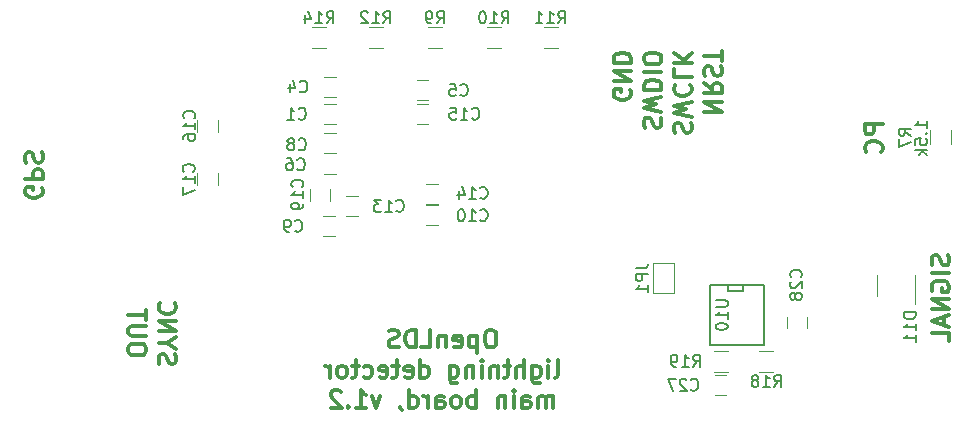
<source format=gbo>
G04 #@! TF.GenerationSoftware,KiCad,Pcbnew,5.0.1*
G04 #@! TF.CreationDate,2019-03-19T18:21:43+03:00*
G04 #@! TF.ProjectId,gps-timestamper,6770732D74696D657374616D7065722E,rev?*
G04 #@! TF.SameCoordinates,Original*
G04 #@! TF.FileFunction,Legend,Bot*
G04 #@! TF.FilePolarity,Positive*
%FSLAX46Y46*%
G04 Gerber Fmt 4.6, Leading zero omitted, Abs format (unit mm)*
G04 Created by KiCad (PCBNEW 5.0.1) date Вт 19 мар 2019 18:21:43*
%MOMM*%
%LPD*%
G01*
G04 APERTURE LIST*
%ADD10C,0.300000*%
%ADD11C,0.120000*%
%ADD12C,0.150000*%
G04 APERTURE END LIST*
D10*
X81378428Y-32595214D02*
X82878428Y-32595214D01*
X81378428Y-31738071D01*
X82878428Y-31738071D01*
X81378428Y-30166642D02*
X82092714Y-30666642D01*
X81378428Y-31023785D02*
X82878428Y-31023785D01*
X82878428Y-30452357D01*
X82807000Y-30309500D01*
X82735571Y-30238071D01*
X82592714Y-30166642D01*
X82378428Y-30166642D01*
X82235571Y-30238071D01*
X82164142Y-30309500D01*
X82092714Y-30452357D01*
X82092714Y-31023785D01*
X81449857Y-29595214D02*
X81378428Y-29380928D01*
X81378428Y-29023785D01*
X81449857Y-28880928D01*
X81521285Y-28809500D01*
X81664142Y-28738071D01*
X81807000Y-28738071D01*
X81949857Y-28809500D01*
X82021285Y-28880928D01*
X82092714Y-29023785D01*
X82164142Y-29309500D01*
X82235571Y-29452357D01*
X82307000Y-29523785D01*
X82449857Y-29595214D01*
X82592714Y-29595214D01*
X82735571Y-29523785D01*
X82807000Y-29452357D01*
X82878428Y-29309500D01*
X82878428Y-28952357D01*
X82807000Y-28738071D01*
X82878428Y-28309500D02*
X82878428Y-27452357D01*
X81378428Y-27880928D02*
X82878428Y-27880928D01*
X78899857Y-34380928D02*
X78828428Y-34166642D01*
X78828428Y-33809500D01*
X78899857Y-33666642D01*
X78971285Y-33595214D01*
X79114142Y-33523785D01*
X79257000Y-33523785D01*
X79399857Y-33595214D01*
X79471285Y-33666642D01*
X79542714Y-33809500D01*
X79614142Y-34095214D01*
X79685571Y-34238071D01*
X79757000Y-34309500D01*
X79899857Y-34380928D01*
X80042714Y-34380928D01*
X80185571Y-34309500D01*
X80257000Y-34238071D01*
X80328428Y-34095214D01*
X80328428Y-33738071D01*
X80257000Y-33523785D01*
X80328428Y-33023785D02*
X78828428Y-32666642D01*
X79899857Y-32380928D01*
X78828428Y-32095214D01*
X80328428Y-31738071D01*
X78971285Y-30309500D02*
X78899857Y-30380928D01*
X78828428Y-30595214D01*
X78828428Y-30738071D01*
X78899857Y-30952357D01*
X79042714Y-31095214D01*
X79185571Y-31166642D01*
X79471285Y-31238071D01*
X79685571Y-31238071D01*
X79971285Y-31166642D01*
X80114142Y-31095214D01*
X80257000Y-30952357D01*
X80328428Y-30738071D01*
X80328428Y-30595214D01*
X80257000Y-30380928D01*
X80185571Y-30309500D01*
X78828428Y-28952357D02*
X78828428Y-29666642D01*
X80328428Y-29666642D01*
X78828428Y-28452357D02*
X80328428Y-28452357D01*
X78828428Y-27595214D02*
X79685571Y-28238071D01*
X80328428Y-27595214D02*
X79471285Y-28452357D01*
X76349857Y-33952357D02*
X76278428Y-33738071D01*
X76278428Y-33380928D01*
X76349857Y-33238071D01*
X76421285Y-33166642D01*
X76564142Y-33095214D01*
X76707000Y-33095214D01*
X76849857Y-33166642D01*
X76921285Y-33238071D01*
X76992714Y-33380928D01*
X77064142Y-33666642D01*
X77135571Y-33809500D01*
X77207000Y-33880928D01*
X77349857Y-33952357D01*
X77492714Y-33952357D01*
X77635571Y-33880928D01*
X77707000Y-33809500D01*
X77778428Y-33666642D01*
X77778428Y-33309500D01*
X77707000Y-33095214D01*
X77778428Y-32595214D02*
X76278428Y-32238071D01*
X77349857Y-31952357D01*
X76278428Y-31666642D01*
X77778428Y-31309500D01*
X76278428Y-30738071D02*
X77778428Y-30738071D01*
X77778428Y-30380928D01*
X77707000Y-30166642D01*
X77564142Y-30023785D01*
X77421285Y-29952357D01*
X77135571Y-29880928D01*
X76921285Y-29880928D01*
X76635571Y-29952357D01*
X76492714Y-30023785D01*
X76349857Y-30166642D01*
X76278428Y-30380928D01*
X76278428Y-30738071D01*
X76278428Y-29238071D02*
X77778428Y-29238071D01*
X77778428Y-28238071D02*
X77778428Y-27952357D01*
X77707000Y-27809500D01*
X77564142Y-27666642D01*
X77278428Y-27595214D01*
X76778428Y-27595214D01*
X76492714Y-27666642D01*
X76349857Y-27809500D01*
X76278428Y-27952357D01*
X76278428Y-28238071D01*
X76349857Y-28380928D01*
X76492714Y-28523785D01*
X76778428Y-28595214D01*
X77278428Y-28595214D01*
X77564142Y-28523785D01*
X77707000Y-28380928D01*
X77778428Y-28238071D01*
X75157000Y-30738071D02*
X75228428Y-30880928D01*
X75228428Y-31095214D01*
X75157000Y-31309500D01*
X75014142Y-31452357D01*
X74871285Y-31523785D01*
X74585571Y-31595214D01*
X74371285Y-31595214D01*
X74085571Y-31523785D01*
X73942714Y-31452357D01*
X73799857Y-31309500D01*
X73728428Y-31095214D01*
X73728428Y-30952357D01*
X73799857Y-30738071D01*
X73871285Y-30666642D01*
X74371285Y-30666642D01*
X74371285Y-30952357D01*
X73728428Y-30023785D02*
X75228428Y-30023785D01*
X73728428Y-29166642D01*
X75228428Y-29166642D01*
X73728428Y-28452357D02*
X75228428Y-28452357D01*
X75228428Y-28095214D01*
X75157000Y-27880928D01*
X75014142Y-27738071D01*
X74871285Y-27666642D01*
X74585571Y-27595214D01*
X74371285Y-27595214D01*
X74085571Y-27666642D01*
X73942714Y-27738071D01*
X73799857Y-27880928D01*
X73728428Y-28095214D01*
X73728428Y-28452357D01*
X96500071Y-33655142D02*
X95000071Y-33655142D01*
X95000071Y-34226571D01*
X95071500Y-34369428D01*
X95142928Y-34440857D01*
X95285785Y-34512285D01*
X95500071Y-34512285D01*
X95642928Y-34440857D01*
X95714357Y-34369428D01*
X95785785Y-34226571D01*
X95785785Y-33655142D01*
X96357214Y-36012285D02*
X96428642Y-35940857D01*
X96500071Y-35726571D01*
X96500071Y-35583714D01*
X96428642Y-35369428D01*
X96285785Y-35226571D01*
X96142928Y-35155142D01*
X95857214Y-35083714D01*
X95642928Y-35083714D01*
X95357214Y-35155142D01*
X95214357Y-35226571D01*
X95071500Y-35369428D01*
X95000071Y-35583714D01*
X95000071Y-35726571D01*
X95071500Y-35940857D01*
X95142928Y-36012285D01*
X35275357Y-53978642D02*
X35203928Y-53764357D01*
X35203928Y-53407214D01*
X35275357Y-53264357D01*
X35346785Y-53192928D01*
X35489642Y-53121500D01*
X35632500Y-53121500D01*
X35775357Y-53192928D01*
X35846785Y-53264357D01*
X35918214Y-53407214D01*
X35989642Y-53692928D01*
X36061071Y-53835785D01*
X36132500Y-53907214D01*
X36275357Y-53978642D01*
X36418214Y-53978642D01*
X36561071Y-53907214D01*
X36632500Y-53835785D01*
X36703928Y-53692928D01*
X36703928Y-53335785D01*
X36632500Y-53121500D01*
X35918214Y-52192928D02*
X35203928Y-52192928D01*
X36703928Y-52692928D02*
X35918214Y-52192928D01*
X36703928Y-51692928D01*
X35203928Y-51192928D02*
X36703928Y-51192928D01*
X35203928Y-50335785D01*
X36703928Y-50335785D01*
X35346785Y-48764357D02*
X35275357Y-48835785D01*
X35203928Y-49050071D01*
X35203928Y-49192928D01*
X35275357Y-49407214D01*
X35418214Y-49550071D01*
X35561071Y-49621500D01*
X35846785Y-49692928D01*
X36061071Y-49692928D01*
X36346785Y-49621500D01*
X36489642Y-49550071D01*
X36632500Y-49407214D01*
X36703928Y-49192928D01*
X36703928Y-49050071D01*
X36632500Y-48835785D01*
X36561071Y-48764357D01*
X34153928Y-52871500D02*
X34153928Y-52585785D01*
X34082500Y-52442928D01*
X33939642Y-52300071D01*
X33653928Y-52228642D01*
X33153928Y-52228642D01*
X32868214Y-52300071D01*
X32725357Y-52442928D01*
X32653928Y-52585785D01*
X32653928Y-52871500D01*
X32725357Y-53014357D01*
X32868214Y-53157214D01*
X33153928Y-53228642D01*
X33653928Y-53228642D01*
X33939642Y-53157214D01*
X34082500Y-53014357D01*
X34153928Y-52871500D01*
X34153928Y-51585785D02*
X32939642Y-51585785D01*
X32796785Y-51514357D01*
X32725357Y-51442928D01*
X32653928Y-51300071D01*
X32653928Y-51014357D01*
X32725357Y-50871500D01*
X32796785Y-50800071D01*
X32939642Y-50728642D01*
X34153928Y-50728642D01*
X34153928Y-50228642D02*
X34153928Y-49371500D01*
X32653928Y-49800071D02*
X34153928Y-49800071D01*
X102080142Y-44752071D02*
X102151571Y-44966357D01*
X102151571Y-45323500D01*
X102080142Y-45466357D01*
X102008714Y-45537785D01*
X101865857Y-45609214D01*
X101723000Y-45609214D01*
X101580142Y-45537785D01*
X101508714Y-45466357D01*
X101437285Y-45323500D01*
X101365857Y-45037785D01*
X101294428Y-44894928D01*
X101223000Y-44823500D01*
X101080142Y-44752071D01*
X100937285Y-44752071D01*
X100794428Y-44823500D01*
X100723000Y-44894928D01*
X100651571Y-45037785D01*
X100651571Y-45394928D01*
X100723000Y-45609214D01*
X102151571Y-46252071D02*
X100651571Y-46252071D01*
X100723000Y-47752071D02*
X100651571Y-47609214D01*
X100651571Y-47394928D01*
X100723000Y-47180642D01*
X100865857Y-47037785D01*
X101008714Y-46966357D01*
X101294428Y-46894928D01*
X101508714Y-46894928D01*
X101794428Y-46966357D01*
X101937285Y-47037785D01*
X102080142Y-47180642D01*
X102151571Y-47394928D01*
X102151571Y-47537785D01*
X102080142Y-47752071D01*
X102008714Y-47823500D01*
X101508714Y-47823500D01*
X101508714Y-47537785D01*
X102151571Y-48466357D02*
X100651571Y-48466357D01*
X102151571Y-49323500D01*
X100651571Y-49323500D01*
X101723000Y-49966357D02*
X101723000Y-50680642D01*
X102151571Y-49823500D02*
X100651571Y-50323500D01*
X102151571Y-50823500D01*
X102151571Y-52037785D02*
X102151571Y-51323500D01*
X100651571Y-51323500D01*
X25324500Y-39044428D02*
X25395928Y-39187285D01*
X25395928Y-39401571D01*
X25324500Y-39615857D01*
X25181642Y-39758714D01*
X25038785Y-39830142D01*
X24753071Y-39901571D01*
X24538785Y-39901571D01*
X24253071Y-39830142D01*
X24110214Y-39758714D01*
X23967357Y-39615857D01*
X23895928Y-39401571D01*
X23895928Y-39258714D01*
X23967357Y-39044428D01*
X24038785Y-38973000D01*
X24538785Y-38973000D01*
X24538785Y-39258714D01*
X23895928Y-38330142D02*
X25395928Y-38330142D01*
X25395928Y-37758714D01*
X25324500Y-37615857D01*
X25253071Y-37544428D01*
X25110214Y-37473000D01*
X24895928Y-37473000D01*
X24753071Y-37544428D01*
X24681642Y-37615857D01*
X24610214Y-37758714D01*
X24610214Y-38330142D01*
X23967357Y-36901571D02*
X23895928Y-36687285D01*
X23895928Y-36330142D01*
X23967357Y-36187285D01*
X24038785Y-36115857D01*
X24181642Y-36044428D01*
X24324500Y-36044428D01*
X24467357Y-36115857D01*
X24538785Y-36187285D01*
X24610214Y-36330142D01*
X24681642Y-36615857D01*
X24753071Y-36758714D01*
X24824500Y-36830142D01*
X24967357Y-36901571D01*
X25110214Y-36901571D01*
X25253071Y-36830142D01*
X25324500Y-36758714D01*
X25395928Y-36615857D01*
X25395928Y-36258714D01*
X25324500Y-36044428D01*
X63459785Y-51048071D02*
X63174071Y-51048071D01*
X63031214Y-51119500D01*
X62888357Y-51262357D01*
X62816928Y-51548071D01*
X62816928Y-52048071D01*
X62888357Y-52333785D01*
X63031214Y-52476642D01*
X63174071Y-52548071D01*
X63459785Y-52548071D01*
X63602642Y-52476642D01*
X63745500Y-52333785D01*
X63816928Y-52048071D01*
X63816928Y-51548071D01*
X63745500Y-51262357D01*
X63602642Y-51119500D01*
X63459785Y-51048071D01*
X62174071Y-51548071D02*
X62174071Y-53048071D01*
X62174071Y-51619500D02*
X62031214Y-51548071D01*
X61745500Y-51548071D01*
X61602642Y-51619500D01*
X61531214Y-51690928D01*
X61459785Y-51833785D01*
X61459785Y-52262357D01*
X61531214Y-52405214D01*
X61602642Y-52476642D01*
X61745500Y-52548071D01*
X62031214Y-52548071D01*
X62174071Y-52476642D01*
X60245500Y-52476642D02*
X60388357Y-52548071D01*
X60674071Y-52548071D01*
X60816928Y-52476642D01*
X60888357Y-52333785D01*
X60888357Y-51762357D01*
X60816928Y-51619500D01*
X60674071Y-51548071D01*
X60388357Y-51548071D01*
X60245500Y-51619500D01*
X60174071Y-51762357D01*
X60174071Y-51905214D01*
X60888357Y-52048071D01*
X59531214Y-51548071D02*
X59531214Y-52548071D01*
X59531214Y-51690928D02*
X59459785Y-51619500D01*
X59316928Y-51548071D01*
X59102642Y-51548071D01*
X58959785Y-51619500D01*
X58888357Y-51762357D01*
X58888357Y-52548071D01*
X57459785Y-52548071D02*
X58174071Y-52548071D01*
X58174071Y-51048071D01*
X56959785Y-52548071D02*
X56959785Y-51048071D01*
X56602642Y-51048071D01*
X56388357Y-51119500D01*
X56245500Y-51262357D01*
X56174071Y-51405214D01*
X56102642Y-51690928D01*
X56102642Y-51905214D01*
X56174071Y-52190928D01*
X56245500Y-52333785D01*
X56388357Y-52476642D01*
X56602642Y-52548071D01*
X56959785Y-52548071D01*
X55531214Y-52476642D02*
X55316928Y-52548071D01*
X54959785Y-52548071D01*
X54816928Y-52476642D01*
X54745500Y-52405214D01*
X54674071Y-52262357D01*
X54674071Y-52119500D01*
X54745500Y-51976642D01*
X54816928Y-51905214D01*
X54959785Y-51833785D01*
X55245500Y-51762357D01*
X55388357Y-51690928D01*
X55459785Y-51619500D01*
X55531214Y-51476642D01*
X55531214Y-51333785D01*
X55459785Y-51190928D01*
X55388357Y-51119500D01*
X55245500Y-51048071D01*
X54888357Y-51048071D01*
X54674071Y-51119500D01*
X68781214Y-55098071D02*
X68924071Y-55026642D01*
X68995500Y-54883785D01*
X68995500Y-53598071D01*
X68209785Y-55098071D02*
X68209785Y-54098071D01*
X68209785Y-53598071D02*
X68281214Y-53669500D01*
X68209785Y-53740928D01*
X68138357Y-53669500D01*
X68209785Y-53598071D01*
X68209785Y-53740928D01*
X66852642Y-54098071D02*
X66852642Y-55312357D01*
X66924071Y-55455214D01*
X66995500Y-55526642D01*
X67138357Y-55598071D01*
X67352642Y-55598071D01*
X67495500Y-55526642D01*
X66852642Y-55026642D02*
X66995500Y-55098071D01*
X67281214Y-55098071D01*
X67424071Y-55026642D01*
X67495500Y-54955214D01*
X67566928Y-54812357D01*
X67566928Y-54383785D01*
X67495500Y-54240928D01*
X67424071Y-54169500D01*
X67281214Y-54098071D01*
X66995500Y-54098071D01*
X66852642Y-54169500D01*
X66138357Y-55098071D02*
X66138357Y-53598071D01*
X65495500Y-55098071D02*
X65495500Y-54312357D01*
X65566928Y-54169500D01*
X65709785Y-54098071D01*
X65924071Y-54098071D01*
X66066928Y-54169500D01*
X66138357Y-54240928D01*
X64995500Y-54098071D02*
X64424071Y-54098071D01*
X64781214Y-53598071D02*
X64781214Y-54883785D01*
X64709785Y-55026642D01*
X64566928Y-55098071D01*
X64424071Y-55098071D01*
X63924071Y-54098071D02*
X63924071Y-55098071D01*
X63924071Y-54240928D02*
X63852642Y-54169500D01*
X63709785Y-54098071D01*
X63495500Y-54098071D01*
X63352642Y-54169500D01*
X63281214Y-54312357D01*
X63281214Y-55098071D01*
X62566928Y-55098071D02*
X62566928Y-54098071D01*
X62566928Y-53598071D02*
X62638357Y-53669500D01*
X62566928Y-53740928D01*
X62495500Y-53669500D01*
X62566928Y-53598071D01*
X62566928Y-53740928D01*
X61852642Y-54098071D02*
X61852642Y-55098071D01*
X61852642Y-54240928D02*
X61781214Y-54169500D01*
X61638357Y-54098071D01*
X61424071Y-54098071D01*
X61281214Y-54169500D01*
X61209785Y-54312357D01*
X61209785Y-55098071D01*
X59852642Y-54098071D02*
X59852642Y-55312357D01*
X59924071Y-55455214D01*
X59995500Y-55526642D01*
X60138357Y-55598071D01*
X60352642Y-55598071D01*
X60495500Y-55526642D01*
X59852642Y-55026642D02*
X59995500Y-55098071D01*
X60281214Y-55098071D01*
X60424071Y-55026642D01*
X60495500Y-54955214D01*
X60566928Y-54812357D01*
X60566928Y-54383785D01*
X60495500Y-54240928D01*
X60424071Y-54169500D01*
X60281214Y-54098071D01*
X59995500Y-54098071D01*
X59852642Y-54169500D01*
X57352642Y-55098071D02*
X57352642Y-53598071D01*
X57352642Y-55026642D02*
X57495500Y-55098071D01*
X57781214Y-55098071D01*
X57924071Y-55026642D01*
X57995500Y-54955214D01*
X58066928Y-54812357D01*
X58066928Y-54383785D01*
X57995500Y-54240928D01*
X57924071Y-54169500D01*
X57781214Y-54098071D01*
X57495500Y-54098071D01*
X57352642Y-54169500D01*
X56066928Y-55026642D02*
X56209785Y-55098071D01*
X56495500Y-55098071D01*
X56638357Y-55026642D01*
X56709785Y-54883785D01*
X56709785Y-54312357D01*
X56638357Y-54169500D01*
X56495500Y-54098071D01*
X56209785Y-54098071D01*
X56066928Y-54169500D01*
X55995500Y-54312357D01*
X55995500Y-54455214D01*
X56709785Y-54598071D01*
X55566928Y-54098071D02*
X54995500Y-54098071D01*
X55352642Y-53598071D02*
X55352642Y-54883785D01*
X55281214Y-55026642D01*
X55138357Y-55098071D01*
X54995500Y-55098071D01*
X53924071Y-55026642D02*
X54066928Y-55098071D01*
X54352642Y-55098071D01*
X54495500Y-55026642D01*
X54566928Y-54883785D01*
X54566928Y-54312357D01*
X54495500Y-54169500D01*
X54352642Y-54098071D01*
X54066928Y-54098071D01*
X53924071Y-54169500D01*
X53852642Y-54312357D01*
X53852642Y-54455214D01*
X54566928Y-54598071D01*
X52566928Y-55026642D02*
X52709785Y-55098071D01*
X52995500Y-55098071D01*
X53138357Y-55026642D01*
X53209785Y-54955214D01*
X53281214Y-54812357D01*
X53281214Y-54383785D01*
X53209785Y-54240928D01*
X53138357Y-54169500D01*
X52995500Y-54098071D01*
X52709785Y-54098071D01*
X52566928Y-54169500D01*
X52138357Y-54098071D02*
X51566928Y-54098071D01*
X51924071Y-53598071D02*
X51924071Y-54883785D01*
X51852642Y-55026642D01*
X51709785Y-55098071D01*
X51566928Y-55098071D01*
X50852642Y-55098071D02*
X50995500Y-55026642D01*
X51066928Y-54955214D01*
X51138357Y-54812357D01*
X51138357Y-54383785D01*
X51066928Y-54240928D01*
X50995500Y-54169500D01*
X50852642Y-54098071D01*
X50638357Y-54098071D01*
X50495500Y-54169500D01*
X50424071Y-54240928D01*
X50352642Y-54383785D01*
X50352642Y-54812357D01*
X50424071Y-54955214D01*
X50495500Y-55026642D01*
X50638357Y-55098071D01*
X50852642Y-55098071D01*
X49709785Y-55098071D02*
X49709785Y-54098071D01*
X49709785Y-54383785D02*
X49638357Y-54240928D01*
X49566928Y-54169500D01*
X49424071Y-54098071D01*
X49281214Y-54098071D01*
X68638357Y-57648071D02*
X68638357Y-56648071D01*
X68638357Y-56790928D02*
X68566928Y-56719500D01*
X68424071Y-56648071D01*
X68209785Y-56648071D01*
X68066928Y-56719500D01*
X67995500Y-56862357D01*
X67995500Y-57648071D01*
X67995500Y-56862357D02*
X67924071Y-56719500D01*
X67781214Y-56648071D01*
X67566928Y-56648071D01*
X67424071Y-56719500D01*
X67352642Y-56862357D01*
X67352642Y-57648071D01*
X65995500Y-57648071D02*
X65995500Y-56862357D01*
X66066928Y-56719500D01*
X66209785Y-56648071D01*
X66495500Y-56648071D01*
X66638357Y-56719500D01*
X65995500Y-57576642D02*
X66138357Y-57648071D01*
X66495500Y-57648071D01*
X66638357Y-57576642D01*
X66709785Y-57433785D01*
X66709785Y-57290928D01*
X66638357Y-57148071D01*
X66495500Y-57076642D01*
X66138357Y-57076642D01*
X65995500Y-57005214D01*
X65281214Y-57648071D02*
X65281214Y-56648071D01*
X65281214Y-56148071D02*
X65352642Y-56219500D01*
X65281214Y-56290928D01*
X65209785Y-56219500D01*
X65281214Y-56148071D01*
X65281214Y-56290928D01*
X64566928Y-56648071D02*
X64566928Y-57648071D01*
X64566928Y-56790928D02*
X64495500Y-56719500D01*
X64352642Y-56648071D01*
X64138357Y-56648071D01*
X63995500Y-56719500D01*
X63924071Y-56862357D01*
X63924071Y-57648071D01*
X62066928Y-57648071D02*
X62066928Y-56148071D01*
X62066928Y-56719500D02*
X61924071Y-56648071D01*
X61638357Y-56648071D01*
X61495500Y-56719500D01*
X61424071Y-56790928D01*
X61352642Y-56933785D01*
X61352642Y-57362357D01*
X61424071Y-57505214D01*
X61495500Y-57576642D01*
X61638357Y-57648071D01*
X61924071Y-57648071D01*
X62066928Y-57576642D01*
X60495500Y-57648071D02*
X60638357Y-57576642D01*
X60709785Y-57505214D01*
X60781214Y-57362357D01*
X60781214Y-56933785D01*
X60709785Y-56790928D01*
X60638357Y-56719500D01*
X60495500Y-56648071D01*
X60281214Y-56648071D01*
X60138357Y-56719500D01*
X60066928Y-56790928D01*
X59995500Y-56933785D01*
X59995500Y-57362357D01*
X60066928Y-57505214D01*
X60138357Y-57576642D01*
X60281214Y-57648071D01*
X60495500Y-57648071D01*
X58709785Y-57648071D02*
X58709785Y-56862357D01*
X58781214Y-56719500D01*
X58924071Y-56648071D01*
X59209785Y-56648071D01*
X59352642Y-56719500D01*
X58709785Y-57576642D02*
X58852642Y-57648071D01*
X59209785Y-57648071D01*
X59352642Y-57576642D01*
X59424071Y-57433785D01*
X59424071Y-57290928D01*
X59352642Y-57148071D01*
X59209785Y-57076642D01*
X58852642Y-57076642D01*
X58709785Y-57005214D01*
X57995500Y-57648071D02*
X57995500Y-56648071D01*
X57995500Y-56933785D02*
X57924071Y-56790928D01*
X57852642Y-56719500D01*
X57709785Y-56648071D01*
X57566928Y-56648071D01*
X56424071Y-57648071D02*
X56424071Y-56148071D01*
X56424071Y-57576642D02*
X56566928Y-57648071D01*
X56852642Y-57648071D01*
X56995500Y-57576642D01*
X57066928Y-57505214D01*
X57138357Y-57362357D01*
X57138357Y-56933785D01*
X57066928Y-56790928D01*
X56995500Y-56719500D01*
X56852642Y-56648071D01*
X56566928Y-56648071D01*
X56424071Y-56719500D01*
X55638357Y-57576642D02*
X55638357Y-57648071D01*
X55709785Y-57790928D01*
X55781214Y-57862357D01*
X53995500Y-56648071D02*
X53638357Y-57648071D01*
X53281214Y-56648071D01*
X51924071Y-57648071D02*
X52781214Y-57648071D01*
X52352642Y-57648071D02*
X52352642Y-56148071D01*
X52495500Y-56362357D01*
X52638357Y-56505214D01*
X52781214Y-56576642D01*
X51281214Y-57505214D02*
X51209785Y-57576642D01*
X51281214Y-57648071D01*
X51352642Y-57576642D01*
X51281214Y-57505214D01*
X51281214Y-57648071D01*
X50638357Y-56290928D02*
X50566928Y-56219500D01*
X50424071Y-56148071D01*
X50066928Y-56148071D01*
X49924071Y-56219500D01*
X49852642Y-56290928D01*
X49781214Y-56433785D01*
X49781214Y-56576642D01*
X49852642Y-56790928D01*
X50709785Y-57648071D01*
X49781214Y-57648071D01*
D11*
G04 #@! TO.C,C1*
X50250000Y-33625000D02*
X49250000Y-33625000D01*
X49250000Y-31925000D02*
X50250000Y-31925000D01*
G04 #@! TO.C,C4*
X50250000Y-31325000D02*
X49250000Y-31325000D01*
X49250000Y-29625000D02*
X50250000Y-29625000D01*
G04 #@! TO.C,C5*
X57050000Y-29925000D02*
X58050000Y-29925000D01*
X58050000Y-31625000D02*
X57050000Y-31625000D01*
G04 #@! TO.C,C6*
X50250000Y-37825000D02*
X49250000Y-37825000D01*
X49250000Y-36125000D02*
X50250000Y-36125000D01*
G04 #@! TO.C,C8*
X50250000Y-36125000D02*
X49250000Y-36125000D01*
X49250000Y-34425000D02*
X50250000Y-34425000D01*
G04 #@! TO.C,C9*
X49150000Y-41425000D02*
X50150000Y-41425000D01*
X50150000Y-43125000D02*
X49150000Y-43125000D01*
G04 #@! TO.C,C10*
X57850000Y-40450000D02*
X58850000Y-40450000D01*
X58850000Y-42150000D02*
X57850000Y-42150000D01*
G04 #@! TO.C,C13*
X52050000Y-41425000D02*
X51050000Y-41425000D01*
X51050000Y-39725000D02*
X52050000Y-39725000D01*
G04 #@! TO.C,C14*
X57850000Y-38675000D02*
X58850000Y-38675000D01*
X58850000Y-40375000D02*
X57850000Y-40375000D01*
G04 #@! TO.C,C15*
X57050000Y-31925000D02*
X58050000Y-31925000D01*
X58050000Y-33625000D02*
X57050000Y-33625000D01*
G04 #@! TO.C,C16*
X38500000Y-34275000D02*
X38500000Y-33275000D01*
X40200000Y-33275000D02*
X40200000Y-34275000D01*
G04 #@! TO.C,C17*
X40200000Y-37775000D02*
X40200000Y-38775000D01*
X38500000Y-38775000D02*
X38500000Y-37775000D01*
G04 #@! TO.C,C19*
X49700000Y-39175000D02*
X49700000Y-40175000D01*
X48000000Y-40175000D02*
X48000000Y-39175000D01*
G04 #@! TO.C,JP1*
X78840000Y-45430000D02*
X78840000Y-47970000D01*
X77060000Y-47970000D02*
X77060000Y-45430000D01*
X77060000Y-47970000D02*
X78840000Y-47970000D01*
X78840000Y-45430000D02*
X77060000Y-45430000D01*
G04 #@! TO.C,R7*
X102280000Y-35350000D02*
X102280000Y-34150000D01*
X100520000Y-34150000D02*
X100520000Y-35350000D01*
G04 #@! TO.C,R9*
X58000000Y-27180000D02*
X59200000Y-27180000D01*
X59200000Y-25420000D02*
X58000000Y-25420000D01*
G04 #@! TO.C,R10*
X63000000Y-27180000D02*
X64200000Y-27180000D01*
X64200000Y-25420000D02*
X63000000Y-25420000D01*
G04 #@! TO.C,R11*
X67800000Y-27180000D02*
X69000000Y-27180000D01*
X69000000Y-25420000D02*
X67800000Y-25420000D01*
G04 #@! TO.C,R12*
X53000000Y-27180000D02*
X54200000Y-27180000D01*
X54200000Y-25420000D02*
X53000000Y-25420000D01*
G04 #@! TO.C,R14*
X48200000Y-27180000D02*
X49400000Y-27180000D01*
X49400000Y-25420000D02*
X48200000Y-25420000D01*
G04 #@! TO.C,D11*
X96040000Y-48200000D02*
X96040000Y-46400000D01*
X99260000Y-46400000D02*
X99260000Y-48850000D01*
G04 #@! TO.C,C27*
X82288000Y-54903000D02*
X83288000Y-54903000D01*
X83288000Y-56603000D02*
X82288000Y-56603000D01*
G04 #@! TO.C,C28*
X90131000Y-49935000D02*
X90131000Y-50935000D01*
X88431000Y-50935000D02*
X88431000Y-49935000D01*
G04 #@! TO.C,R18*
X87214000Y-52841000D02*
X86014000Y-52841000D01*
X86014000Y-54601000D02*
X87214000Y-54601000D01*
G04 #@! TO.C,R19*
X82204000Y-54601000D02*
X83404000Y-54601000D01*
X83404000Y-52841000D02*
X82204000Y-52841000D01*
D12*
G04 #@! TO.C,U10*
X84709000Y-47752000D02*
X84709000Y-47244000D01*
X83439000Y-47752000D02*
X84709000Y-47752000D01*
X83439000Y-47244000D02*
X83439000Y-47752000D01*
X86487000Y-47244000D02*
X81915000Y-47244000D01*
X86487000Y-52324000D02*
X86487000Y-47244000D01*
X81915000Y-52324000D02*
X86487000Y-52324000D01*
X81915000Y-47244000D02*
X81915000Y-52324000D01*
G04 #@! TO.C,C1*
X47066666Y-33157142D02*
X47114285Y-33204761D01*
X47257142Y-33252380D01*
X47352380Y-33252380D01*
X47495238Y-33204761D01*
X47590476Y-33109523D01*
X47638095Y-33014285D01*
X47685714Y-32823809D01*
X47685714Y-32680952D01*
X47638095Y-32490476D01*
X47590476Y-32395238D01*
X47495238Y-32300000D01*
X47352380Y-32252380D01*
X47257142Y-32252380D01*
X47114285Y-32300000D01*
X47066666Y-32347619D01*
X46114285Y-33252380D02*
X46685714Y-33252380D01*
X46400000Y-33252380D02*
X46400000Y-32252380D01*
X46495238Y-32395238D01*
X46590476Y-32490476D01*
X46685714Y-32538095D01*
G04 #@! TO.C,C4*
X47166666Y-30857142D02*
X47214285Y-30904761D01*
X47357142Y-30952380D01*
X47452380Y-30952380D01*
X47595238Y-30904761D01*
X47690476Y-30809523D01*
X47738095Y-30714285D01*
X47785714Y-30523809D01*
X47785714Y-30380952D01*
X47738095Y-30190476D01*
X47690476Y-30095238D01*
X47595238Y-30000000D01*
X47452380Y-29952380D01*
X47357142Y-29952380D01*
X47214285Y-30000000D01*
X47166666Y-30047619D01*
X46309523Y-30285714D02*
X46309523Y-30952380D01*
X46547619Y-29904761D02*
X46785714Y-30619047D01*
X46166666Y-30619047D01*
G04 #@! TO.C,C5*
X60766666Y-31157142D02*
X60814285Y-31204761D01*
X60957142Y-31252380D01*
X61052380Y-31252380D01*
X61195238Y-31204761D01*
X61290476Y-31109523D01*
X61338095Y-31014285D01*
X61385714Y-30823809D01*
X61385714Y-30680952D01*
X61338095Y-30490476D01*
X61290476Y-30395238D01*
X61195238Y-30300000D01*
X61052380Y-30252380D01*
X60957142Y-30252380D01*
X60814285Y-30300000D01*
X60766666Y-30347619D01*
X59861904Y-30252380D02*
X60338095Y-30252380D01*
X60385714Y-30728571D01*
X60338095Y-30680952D01*
X60242857Y-30633333D01*
X60004761Y-30633333D01*
X59909523Y-30680952D01*
X59861904Y-30728571D01*
X59814285Y-30823809D01*
X59814285Y-31061904D01*
X59861904Y-31157142D01*
X59909523Y-31204761D01*
X60004761Y-31252380D01*
X60242857Y-31252380D01*
X60338095Y-31204761D01*
X60385714Y-31157142D01*
G04 #@! TO.C,C6*
X46966666Y-37457142D02*
X47014285Y-37504761D01*
X47157142Y-37552380D01*
X47252380Y-37552380D01*
X47395238Y-37504761D01*
X47490476Y-37409523D01*
X47538095Y-37314285D01*
X47585714Y-37123809D01*
X47585714Y-36980952D01*
X47538095Y-36790476D01*
X47490476Y-36695238D01*
X47395238Y-36600000D01*
X47252380Y-36552380D01*
X47157142Y-36552380D01*
X47014285Y-36600000D01*
X46966666Y-36647619D01*
X46109523Y-36552380D02*
X46300000Y-36552380D01*
X46395238Y-36600000D01*
X46442857Y-36647619D01*
X46538095Y-36790476D01*
X46585714Y-36980952D01*
X46585714Y-37361904D01*
X46538095Y-37457142D01*
X46490476Y-37504761D01*
X46395238Y-37552380D01*
X46204761Y-37552380D01*
X46109523Y-37504761D01*
X46061904Y-37457142D01*
X46014285Y-37361904D01*
X46014285Y-37123809D01*
X46061904Y-37028571D01*
X46109523Y-36980952D01*
X46204761Y-36933333D01*
X46395238Y-36933333D01*
X46490476Y-36980952D01*
X46538095Y-37028571D01*
X46585714Y-37123809D01*
G04 #@! TO.C,C8*
X47066666Y-35757142D02*
X47114285Y-35804761D01*
X47257142Y-35852380D01*
X47352380Y-35852380D01*
X47495238Y-35804761D01*
X47590476Y-35709523D01*
X47638095Y-35614285D01*
X47685714Y-35423809D01*
X47685714Y-35280952D01*
X47638095Y-35090476D01*
X47590476Y-34995238D01*
X47495238Y-34900000D01*
X47352380Y-34852380D01*
X47257142Y-34852380D01*
X47114285Y-34900000D01*
X47066666Y-34947619D01*
X46495238Y-35280952D02*
X46590476Y-35233333D01*
X46638095Y-35185714D01*
X46685714Y-35090476D01*
X46685714Y-35042857D01*
X46638095Y-34947619D01*
X46590476Y-34900000D01*
X46495238Y-34852380D01*
X46304761Y-34852380D01*
X46209523Y-34900000D01*
X46161904Y-34947619D01*
X46114285Y-35042857D01*
X46114285Y-35090476D01*
X46161904Y-35185714D01*
X46209523Y-35233333D01*
X46304761Y-35280952D01*
X46495238Y-35280952D01*
X46590476Y-35328571D01*
X46638095Y-35376190D01*
X46685714Y-35471428D01*
X46685714Y-35661904D01*
X46638095Y-35757142D01*
X46590476Y-35804761D01*
X46495238Y-35852380D01*
X46304761Y-35852380D01*
X46209523Y-35804761D01*
X46161904Y-35757142D01*
X46114285Y-35661904D01*
X46114285Y-35471428D01*
X46161904Y-35376190D01*
X46209523Y-35328571D01*
X46304761Y-35280952D01*
G04 #@! TO.C,C9*
X46766666Y-42657142D02*
X46814285Y-42704761D01*
X46957142Y-42752380D01*
X47052380Y-42752380D01*
X47195238Y-42704761D01*
X47290476Y-42609523D01*
X47338095Y-42514285D01*
X47385714Y-42323809D01*
X47385714Y-42180952D01*
X47338095Y-41990476D01*
X47290476Y-41895238D01*
X47195238Y-41800000D01*
X47052380Y-41752380D01*
X46957142Y-41752380D01*
X46814285Y-41800000D01*
X46766666Y-41847619D01*
X46290476Y-42752380D02*
X46100000Y-42752380D01*
X46004761Y-42704761D01*
X45957142Y-42657142D01*
X45861904Y-42514285D01*
X45814285Y-42323809D01*
X45814285Y-41942857D01*
X45861904Y-41847619D01*
X45909523Y-41800000D01*
X46004761Y-41752380D01*
X46195238Y-41752380D01*
X46290476Y-41800000D01*
X46338095Y-41847619D01*
X46385714Y-41942857D01*
X46385714Y-42180952D01*
X46338095Y-42276190D01*
X46290476Y-42323809D01*
X46195238Y-42371428D01*
X46004761Y-42371428D01*
X45909523Y-42323809D01*
X45861904Y-42276190D01*
X45814285Y-42180952D01*
G04 #@! TO.C,C10*
X62442857Y-41757142D02*
X62490476Y-41804761D01*
X62633333Y-41852380D01*
X62728571Y-41852380D01*
X62871428Y-41804761D01*
X62966666Y-41709523D01*
X63014285Y-41614285D01*
X63061904Y-41423809D01*
X63061904Y-41280952D01*
X63014285Y-41090476D01*
X62966666Y-40995238D01*
X62871428Y-40900000D01*
X62728571Y-40852380D01*
X62633333Y-40852380D01*
X62490476Y-40900000D01*
X62442857Y-40947619D01*
X61490476Y-41852380D02*
X62061904Y-41852380D01*
X61776190Y-41852380D02*
X61776190Y-40852380D01*
X61871428Y-40995238D01*
X61966666Y-41090476D01*
X62061904Y-41138095D01*
X60871428Y-40852380D02*
X60776190Y-40852380D01*
X60680952Y-40900000D01*
X60633333Y-40947619D01*
X60585714Y-41042857D01*
X60538095Y-41233333D01*
X60538095Y-41471428D01*
X60585714Y-41661904D01*
X60633333Y-41757142D01*
X60680952Y-41804761D01*
X60776190Y-41852380D01*
X60871428Y-41852380D01*
X60966666Y-41804761D01*
X61014285Y-41757142D01*
X61061904Y-41661904D01*
X61109523Y-41471428D01*
X61109523Y-41233333D01*
X61061904Y-41042857D01*
X61014285Y-40947619D01*
X60966666Y-40900000D01*
X60871428Y-40852380D01*
G04 #@! TO.C,C13*
X55342857Y-40957142D02*
X55390476Y-41004761D01*
X55533333Y-41052380D01*
X55628571Y-41052380D01*
X55771428Y-41004761D01*
X55866666Y-40909523D01*
X55914285Y-40814285D01*
X55961904Y-40623809D01*
X55961904Y-40480952D01*
X55914285Y-40290476D01*
X55866666Y-40195238D01*
X55771428Y-40100000D01*
X55628571Y-40052380D01*
X55533333Y-40052380D01*
X55390476Y-40100000D01*
X55342857Y-40147619D01*
X54390476Y-41052380D02*
X54961904Y-41052380D01*
X54676190Y-41052380D02*
X54676190Y-40052380D01*
X54771428Y-40195238D01*
X54866666Y-40290476D01*
X54961904Y-40338095D01*
X54057142Y-40052380D02*
X53438095Y-40052380D01*
X53771428Y-40433333D01*
X53628571Y-40433333D01*
X53533333Y-40480952D01*
X53485714Y-40528571D01*
X53438095Y-40623809D01*
X53438095Y-40861904D01*
X53485714Y-40957142D01*
X53533333Y-41004761D01*
X53628571Y-41052380D01*
X53914285Y-41052380D01*
X54009523Y-41004761D01*
X54057142Y-40957142D01*
G04 #@! TO.C,C14*
X62442857Y-39857142D02*
X62490476Y-39904761D01*
X62633333Y-39952380D01*
X62728571Y-39952380D01*
X62871428Y-39904761D01*
X62966666Y-39809523D01*
X63014285Y-39714285D01*
X63061904Y-39523809D01*
X63061904Y-39380952D01*
X63014285Y-39190476D01*
X62966666Y-39095238D01*
X62871428Y-39000000D01*
X62728571Y-38952380D01*
X62633333Y-38952380D01*
X62490476Y-39000000D01*
X62442857Y-39047619D01*
X61490476Y-39952380D02*
X62061904Y-39952380D01*
X61776190Y-39952380D02*
X61776190Y-38952380D01*
X61871428Y-39095238D01*
X61966666Y-39190476D01*
X62061904Y-39238095D01*
X60633333Y-39285714D02*
X60633333Y-39952380D01*
X60871428Y-38904761D02*
X61109523Y-39619047D01*
X60490476Y-39619047D01*
G04 #@! TO.C,C15*
X61742857Y-33157142D02*
X61790476Y-33204761D01*
X61933333Y-33252380D01*
X62028571Y-33252380D01*
X62171428Y-33204761D01*
X62266666Y-33109523D01*
X62314285Y-33014285D01*
X62361904Y-32823809D01*
X62361904Y-32680952D01*
X62314285Y-32490476D01*
X62266666Y-32395238D01*
X62171428Y-32300000D01*
X62028571Y-32252380D01*
X61933333Y-32252380D01*
X61790476Y-32300000D01*
X61742857Y-32347619D01*
X60790476Y-33252380D02*
X61361904Y-33252380D01*
X61076190Y-33252380D02*
X61076190Y-32252380D01*
X61171428Y-32395238D01*
X61266666Y-32490476D01*
X61361904Y-32538095D01*
X59885714Y-32252380D02*
X60361904Y-32252380D01*
X60409523Y-32728571D01*
X60361904Y-32680952D01*
X60266666Y-32633333D01*
X60028571Y-32633333D01*
X59933333Y-32680952D01*
X59885714Y-32728571D01*
X59838095Y-32823809D01*
X59838095Y-33061904D01*
X59885714Y-33157142D01*
X59933333Y-33204761D01*
X60028571Y-33252380D01*
X60266666Y-33252380D01*
X60361904Y-33204761D01*
X60409523Y-33157142D01*
G04 #@! TO.C,C16*
X38207142Y-33132142D02*
X38254761Y-33084523D01*
X38302380Y-32941666D01*
X38302380Y-32846428D01*
X38254761Y-32703571D01*
X38159523Y-32608333D01*
X38064285Y-32560714D01*
X37873809Y-32513095D01*
X37730952Y-32513095D01*
X37540476Y-32560714D01*
X37445238Y-32608333D01*
X37350000Y-32703571D01*
X37302380Y-32846428D01*
X37302380Y-32941666D01*
X37350000Y-33084523D01*
X37397619Y-33132142D01*
X38302380Y-34084523D02*
X38302380Y-33513095D01*
X38302380Y-33798809D02*
X37302380Y-33798809D01*
X37445238Y-33703571D01*
X37540476Y-33608333D01*
X37588095Y-33513095D01*
X37302380Y-34941666D02*
X37302380Y-34751190D01*
X37350000Y-34655952D01*
X37397619Y-34608333D01*
X37540476Y-34513095D01*
X37730952Y-34465476D01*
X38111904Y-34465476D01*
X38207142Y-34513095D01*
X38254761Y-34560714D01*
X38302380Y-34655952D01*
X38302380Y-34846428D01*
X38254761Y-34941666D01*
X38207142Y-34989285D01*
X38111904Y-35036904D01*
X37873809Y-35036904D01*
X37778571Y-34989285D01*
X37730952Y-34941666D01*
X37683333Y-34846428D01*
X37683333Y-34655952D01*
X37730952Y-34560714D01*
X37778571Y-34513095D01*
X37873809Y-34465476D01*
G04 #@! TO.C,C17*
X38157142Y-37657142D02*
X38204761Y-37609523D01*
X38252380Y-37466666D01*
X38252380Y-37371428D01*
X38204761Y-37228571D01*
X38109523Y-37133333D01*
X38014285Y-37085714D01*
X37823809Y-37038095D01*
X37680952Y-37038095D01*
X37490476Y-37085714D01*
X37395238Y-37133333D01*
X37300000Y-37228571D01*
X37252380Y-37371428D01*
X37252380Y-37466666D01*
X37300000Y-37609523D01*
X37347619Y-37657142D01*
X38252380Y-38609523D02*
X38252380Y-38038095D01*
X38252380Y-38323809D02*
X37252380Y-38323809D01*
X37395238Y-38228571D01*
X37490476Y-38133333D01*
X37538095Y-38038095D01*
X37252380Y-38942857D02*
X37252380Y-39609523D01*
X38252380Y-39180952D01*
G04 #@! TO.C,C19*
X47357142Y-38957142D02*
X47404761Y-38909523D01*
X47452380Y-38766666D01*
X47452380Y-38671428D01*
X47404761Y-38528571D01*
X47309523Y-38433333D01*
X47214285Y-38385714D01*
X47023809Y-38338095D01*
X46880952Y-38338095D01*
X46690476Y-38385714D01*
X46595238Y-38433333D01*
X46500000Y-38528571D01*
X46452380Y-38671428D01*
X46452380Y-38766666D01*
X46500000Y-38909523D01*
X46547619Y-38957142D01*
X47452380Y-39909523D02*
X47452380Y-39338095D01*
X47452380Y-39623809D02*
X46452380Y-39623809D01*
X46595238Y-39528571D01*
X46690476Y-39433333D01*
X46738095Y-39338095D01*
X47452380Y-40385714D02*
X47452380Y-40576190D01*
X47404761Y-40671428D01*
X47357142Y-40719047D01*
X47214285Y-40814285D01*
X47023809Y-40861904D01*
X46642857Y-40861904D01*
X46547619Y-40814285D01*
X46500000Y-40766666D01*
X46452380Y-40671428D01*
X46452380Y-40480952D01*
X46500000Y-40385714D01*
X46547619Y-40338095D01*
X46642857Y-40290476D01*
X46880952Y-40290476D01*
X46976190Y-40338095D01*
X47023809Y-40385714D01*
X47071428Y-40480952D01*
X47071428Y-40671428D01*
X47023809Y-40766666D01*
X46976190Y-40814285D01*
X46880952Y-40861904D01*
G04 #@! TO.C,JP1*
X75622380Y-45866666D02*
X76336666Y-45866666D01*
X76479523Y-45819047D01*
X76574761Y-45723809D01*
X76622380Y-45580952D01*
X76622380Y-45485714D01*
X76622380Y-46342857D02*
X75622380Y-46342857D01*
X75622380Y-46723809D01*
X75670000Y-46819047D01*
X75717619Y-46866666D01*
X75812857Y-46914285D01*
X75955714Y-46914285D01*
X76050952Y-46866666D01*
X76098571Y-46819047D01*
X76146190Y-46723809D01*
X76146190Y-46342857D01*
X76622380Y-47866666D02*
X76622380Y-47295238D01*
X76622380Y-47580952D02*
X75622380Y-47580952D01*
X75765238Y-47485714D01*
X75860476Y-47390476D01*
X75908095Y-47295238D01*
G04 #@! TO.C,R7*
X98877380Y-34608333D02*
X98401190Y-34275000D01*
X98877380Y-34036904D02*
X97877380Y-34036904D01*
X97877380Y-34417857D01*
X97925000Y-34513095D01*
X97972619Y-34560714D01*
X98067857Y-34608333D01*
X98210714Y-34608333D01*
X98305952Y-34560714D01*
X98353571Y-34513095D01*
X98401190Y-34417857D01*
X98401190Y-34036904D01*
X97877380Y-34941666D02*
X97877380Y-35608333D01*
X98877380Y-35179761D01*
X100252380Y-33991666D02*
X100252380Y-33420238D01*
X100252380Y-33705952D02*
X99252380Y-33705952D01*
X99395238Y-33610714D01*
X99490476Y-33515476D01*
X99538095Y-33420238D01*
X100157142Y-34420238D02*
X100204761Y-34467857D01*
X100252380Y-34420238D01*
X100204761Y-34372619D01*
X100157142Y-34420238D01*
X100252380Y-34420238D01*
X99252380Y-35372619D02*
X99252380Y-34896428D01*
X99728571Y-34848809D01*
X99680952Y-34896428D01*
X99633333Y-34991666D01*
X99633333Y-35229761D01*
X99680952Y-35325000D01*
X99728571Y-35372619D01*
X99823809Y-35420238D01*
X100061904Y-35420238D01*
X100157142Y-35372619D01*
X100204761Y-35325000D01*
X100252380Y-35229761D01*
X100252380Y-34991666D01*
X100204761Y-34896428D01*
X100157142Y-34848809D01*
X100252380Y-35848809D02*
X99252380Y-35848809D01*
X99871428Y-35944047D02*
X100252380Y-36229761D01*
X99585714Y-36229761D02*
X99966666Y-35848809D01*
G04 #@! TO.C,R9*
X58766666Y-25102380D02*
X59100000Y-24626190D01*
X59338095Y-25102380D02*
X59338095Y-24102380D01*
X58957142Y-24102380D01*
X58861904Y-24150000D01*
X58814285Y-24197619D01*
X58766666Y-24292857D01*
X58766666Y-24435714D01*
X58814285Y-24530952D01*
X58861904Y-24578571D01*
X58957142Y-24626190D01*
X59338095Y-24626190D01*
X58290476Y-25102380D02*
X58100000Y-25102380D01*
X58004761Y-25054761D01*
X57957142Y-25007142D01*
X57861904Y-24864285D01*
X57814285Y-24673809D01*
X57814285Y-24292857D01*
X57861904Y-24197619D01*
X57909523Y-24150000D01*
X58004761Y-24102380D01*
X58195238Y-24102380D01*
X58290476Y-24150000D01*
X58338095Y-24197619D01*
X58385714Y-24292857D01*
X58385714Y-24530952D01*
X58338095Y-24626190D01*
X58290476Y-24673809D01*
X58195238Y-24721428D01*
X58004761Y-24721428D01*
X57909523Y-24673809D01*
X57861904Y-24626190D01*
X57814285Y-24530952D01*
G04 #@! TO.C,R10*
X64242857Y-25102380D02*
X64576190Y-24626190D01*
X64814285Y-25102380D02*
X64814285Y-24102380D01*
X64433333Y-24102380D01*
X64338095Y-24150000D01*
X64290476Y-24197619D01*
X64242857Y-24292857D01*
X64242857Y-24435714D01*
X64290476Y-24530952D01*
X64338095Y-24578571D01*
X64433333Y-24626190D01*
X64814285Y-24626190D01*
X63290476Y-25102380D02*
X63861904Y-25102380D01*
X63576190Y-25102380D02*
X63576190Y-24102380D01*
X63671428Y-24245238D01*
X63766666Y-24340476D01*
X63861904Y-24388095D01*
X62671428Y-24102380D02*
X62576190Y-24102380D01*
X62480952Y-24150000D01*
X62433333Y-24197619D01*
X62385714Y-24292857D01*
X62338095Y-24483333D01*
X62338095Y-24721428D01*
X62385714Y-24911904D01*
X62433333Y-25007142D01*
X62480952Y-25054761D01*
X62576190Y-25102380D01*
X62671428Y-25102380D01*
X62766666Y-25054761D01*
X62814285Y-25007142D01*
X62861904Y-24911904D01*
X62909523Y-24721428D01*
X62909523Y-24483333D01*
X62861904Y-24292857D01*
X62814285Y-24197619D01*
X62766666Y-24150000D01*
X62671428Y-24102380D01*
G04 #@! TO.C,R11*
X69042857Y-25102380D02*
X69376190Y-24626190D01*
X69614285Y-25102380D02*
X69614285Y-24102380D01*
X69233333Y-24102380D01*
X69138095Y-24150000D01*
X69090476Y-24197619D01*
X69042857Y-24292857D01*
X69042857Y-24435714D01*
X69090476Y-24530952D01*
X69138095Y-24578571D01*
X69233333Y-24626190D01*
X69614285Y-24626190D01*
X68090476Y-25102380D02*
X68661904Y-25102380D01*
X68376190Y-25102380D02*
X68376190Y-24102380D01*
X68471428Y-24245238D01*
X68566666Y-24340476D01*
X68661904Y-24388095D01*
X67138095Y-25102380D02*
X67709523Y-25102380D01*
X67423809Y-25102380D02*
X67423809Y-24102380D01*
X67519047Y-24245238D01*
X67614285Y-24340476D01*
X67709523Y-24388095D01*
G04 #@! TO.C,R12*
X54242857Y-25102380D02*
X54576190Y-24626190D01*
X54814285Y-25102380D02*
X54814285Y-24102380D01*
X54433333Y-24102380D01*
X54338095Y-24150000D01*
X54290476Y-24197619D01*
X54242857Y-24292857D01*
X54242857Y-24435714D01*
X54290476Y-24530952D01*
X54338095Y-24578571D01*
X54433333Y-24626190D01*
X54814285Y-24626190D01*
X53290476Y-25102380D02*
X53861904Y-25102380D01*
X53576190Y-25102380D02*
X53576190Y-24102380D01*
X53671428Y-24245238D01*
X53766666Y-24340476D01*
X53861904Y-24388095D01*
X52909523Y-24197619D02*
X52861904Y-24150000D01*
X52766666Y-24102380D01*
X52528571Y-24102380D01*
X52433333Y-24150000D01*
X52385714Y-24197619D01*
X52338095Y-24292857D01*
X52338095Y-24388095D01*
X52385714Y-24530952D01*
X52957142Y-25102380D01*
X52338095Y-25102380D01*
G04 #@! TO.C,R14*
X49442857Y-25102380D02*
X49776190Y-24626190D01*
X50014285Y-25102380D02*
X50014285Y-24102380D01*
X49633333Y-24102380D01*
X49538095Y-24150000D01*
X49490476Y-24197619D01*
X49442857Y-24292857D01*
X49442857Y-24435714D01*
X49490476Y-24530952D01*
X49538095Y-24578571D01*
X49633333Y-24626190D01*
X50014285Y-24626190D01*
X48490476Y-25102380D02*
X49061904Y-25102380D01*
X48776190Y-25102380D02*
X48776190Y-24102380D01*
X48871428Y-24245238D01*
X48966666Y-24340476D01*
X49061904Y-24388095D01*
X47633333Y-24435714D02*
X47633333Y-25102380D01*
X47871428Y-24054761D02*
X48109523Y-24769047D01*
X47490476Y-24769047D01*
G04 #@! TO.C,D11*
X99302380Y-49585714D02*
X98302380Y-49585714D01*
X98302380Y-49823809D01*
X98350000Y-49966666D01*
X98445238Y-50061904D01*
X98540476Y-50109523D01*
X98730952Y-50157142D01*
X98873809Y-50157142D01*
X99064285Y-50109523D01*
X99159523Y-50061904D01*
X99254761Y-49966666D01*
X99302380Y-49823809D01*
X99302380Y-49585714D01*
X99302380Y-51109523D02*
X99302380Y-50538095D01*
X99302380Y-50823809D02*
X98302380Y-50823809D01*
X98445238Y-50728571D01*
X98540476Y-50633333D01*
X98588095Y-50538095D01*
X99302380Y-52061904D02*
X99302380Y-51490476D01*
X99302380Y-51776190D02*
X98302380Y-51776190D01*
X98445238Y-51680952D01*
X98540476Y-51585714D01*
X98588095Y-51490476D01*
G04 #@! TO.C,C27*
X80271857Y-56110142D02*
X80319476Y-56157761D01*
X80462333Y-56205380D01*
X80557571Y-56205380D01*
X80700428Y-56157761D01*
X80795666Y-56062523D01*
X80843285Y-55967285D01*
X80890904Y-55776809D01*
X80890904Y-55633952D01*
X80843285Y-55443476D01*
X80795666Y-55348238D01*
X80700428Y-55253000D01*
X80557571Y-55205380D01*
X80462333Y-55205380D01*
X80319476Y-55253000D01*
X80271857Y-55300619D01*
X79890904Y-55300619D02*
X79843285Y-55253000D01*
X79748047Y-55205380D01*
X79509952Y-55205380D01*
X79414714Y-55253000D01*
X79367095Y-55300619D01*
X79319476Y-55395857D01*
X79319476Y-55491095D01*
X79367095Y-55633952D01*
X79938523Y-56205380D01*
X79319476Y-56205380D01*
X78986142Y-55205380D02*
X78319476Y-55205380D01*
X78748047Y-56205380D01*
G04 #@! TO.C,C28*
X89574642Y-46601142D02*
X89622261Y-46553523D01*
X89669880Y-46410666D01*
X89669880Y-46315428D01*
X89622261Y-46172571D01*
X89527023Y-46077333D01*
X89431785Y-46029714D01*
X89241309Y-45982095D01*
X89098452Y-45982095D01*
X88907976Y-46029714D01*
X88812738Y-46077333D01*
X88717500Y-46172571D01*
X88669880Y-46315428D01*
X88669880Y-46410666D01*
X88717500Y-46553523D01*
X88765119Y-46601142D01*
X88765119Y-46982095D02*
X88717500Y-47029714D01*
X88669880Y-47124952D01*
X88669880Y-47363047D01*
X88717500Y-47458285D01*
X88765119Y-47505904D01*
X88860357Y-47553523D01*
X88955595Y-47553523D01*
X89098452Y-47505904D01*
X89669880Y-46934476D01*
X89669880Y-47553523D01*
X89098452Y-48124952D02*
X89050833Y-48029714D01*
X89003214Y-47982095D01*
X88907976Y-47934476D01*
X88860357Y-47934476D01*
X88765119Y-47982095D01*
X88717500Y-48029714D01*
X88669880Y-48124952D01*
X88669880Y-48315428D01*
X88717500Y-48410666D01*
X88765119Y-48458285D01*
X88860357Y-48505904D01*
X88907976Y-48505904D01*
X89003214Y-48458285D01*
X89050833Y-48410666D01*
X89098452Y-48315428D01*
X89098452Y-48124952D01*
X89146071Y-48029714D01*
X89193690Y-47982095D01*
X89288928Y-47934476D01*
X89479404Y-47934476D01*
X89574642Y-47982095D01*
X89622261Y-48029714D01*
X89669880Y-48124952D01*
X89669880Y-48315428D01*
X89622261Y-48410666D01*
X89574642Y-48458285D01*
X89479404Y-48505904D01*
X89288928Y-48505904D01*
X89193690Y-48458285D01*
X89146071Y-48410666D01*
X89098452Y-48315428D01*
G04 #@! TO.C,R18*
X87320357Y-55887880D02*
X87653690Y-55411690D01*
X87891785Y-55887880D02*
X87891785Y-54887880D01*
X87510833Y-54887880D01*
X87415595Y-54935500D01*
X87367976Y-54983119D01*
X87320357Y-55078357D01*
X87320357Y-55221214D01*
X87367976Y-55316452D01*
X87415595Y-55364071D01*
X87510833Y-55411690D01*
X87891785Y-55411690D01*
X86367976Y-55887880D02*
X86939404Y-55887880D01*
X86653690Y-55887880D02*
X86653690Y-54887880D01*
X86748928Y-55030738D01*
X86844166Y-55125976D01*
X86939404Y-55173595D01*
X85796547Y-55316452D02*
X85891785Y-55268833D01*
X85939404Y-55221214D01*
X85987023Y-55125976D01*
X85987023Y-55078357D01*
X85939404Y-54983119D01*
X85891785Y-54935500D01*
X85796547Y-54887880D01*
X85606071Y-54887880D01*
X85510833Y-54935500D01*
X85463214Y-54983119D01*
X85415595Y-55078357D01*
X85415595Y-55125976D01*
X85463214Y-55221214D01*
X85510833Y-55268833D01*
X85606071Y-55316452D01*
X85796547Y-55316452D01*
X85891785Y-55364071D01*
X85939404Y-55411690D01*
X85987023Y-55506928D01*
X85987023Y-55697404D01*
X85939404Y-55792642D01*
X85891785Y-55840261D01*
X85796547Y-55887880D01*
X85606071Y-55887880D01*
X85510833Y-55840261D01*
X85463214Y-55792642D01*
X85415595Y-55697404D01*
X85415595Y-55506928D01*
X85463214Y-55411690D01*
X85510833Y-55364071D01*
X85606071Y-55316452D01*
G04 #@! TO.C,R19*
X80462357Y-54173380D02*
X80795690Y-53697190D01*
X81033785Y-54173380D02*
X81033785Y-53173380D01*
X80652833Y-53173380D01*
X80557595Y-53221000D01*
X80509976Y-53268619D01*
X80462357Y-53363857D01*
X80462357Y-53506714D01*
X80509976Y-53601952D01*
X80557595Y-53649571D01*
X80652833Y-53697190D01*
X81033785Y-53697190D01*
X79509976Y-54173380D02*
X80081404Y-54173380D01*
X79795690Y-54173380D02*
X79795690Y-53173380D01*
X79890928Y-53316238D01*
X79986166Y-53411476D01*
X80081404Y-53459095D01*
X79033785Y-54173380D02*
X78843309Y-54173380D01*
X78748071Y-54125761D01*
X78700452Y-54078142D01*
X78605214Y-53935285D01*
X78557595Y-53744809D01*
X78557595Y-53363857D01*
X78605214Y-53268619D01*
X78652833Y-53221000D01*
X78748071Y-53173380D01*
X78938547Y-53173380D01*
X79033785Y-53221000D01*
X79081404Y-53268619D01*
X79129023Y-53363857D01*
X79129023Y-53601952D01*
X79081404Y-53697190D01*
X79033785Y-53744809D01*
X78938547Y-53792428D01*
X78748071Y-53792428D01*
X78652833Y-53744809D01*
X78605214Y-53697190D01*
X78557595Y-53601952D01*
G04 #@! TO.C,U10*
X82383380Y-48545904D02*
X83192904Y-48545904D01*
X83288142Y-48593523D01*
X83335761Y-48641142D01*
X83383380Y-48736380D01*
X83383380Y-48926857D01*
X83335761Y-49022095D01*
X83288142Y-49069714D01*
X83192904Y-49117333D01*
X82383380Y-49117333D01*
X83383380Y-50117333D02*
X83383380Y-49545904D01*
X83383380Y-49831619D02*
X82383380Y-49831619D01*
X82526238Y-49736380D01*
X82621476Y-49641142D01*
X82669095Y-49545904D01*
X82383380Y-50736380D02*
X82383380Y-50831619D01*
X82431000Y-50926857D01*
X82478619Y-50974476D01*
X82573857Y-51022095D01*
X82764333Y-51069714D01*
X83002428Y-51069714D01*
X83192904Y-51022095D01*
X83288142Y-50974476D01*
X83335761Y-50926857D01*
X83383380Y-50831619D01*
X83383380Y-50736380D01*
X83335761Y-50641142D01*
X83288142Y-50593523D01*
X83192904Y-50545904D01*
X83002428Y-50498285D01*
X82764333Y-50498285D01*
X82573857Y-50545904D01*
X82478619Y-50593523D01*
X82431000Y-50641142D01*
X82383380Y-50736380D01*
G04 #@! TD*
M02*

</source>
